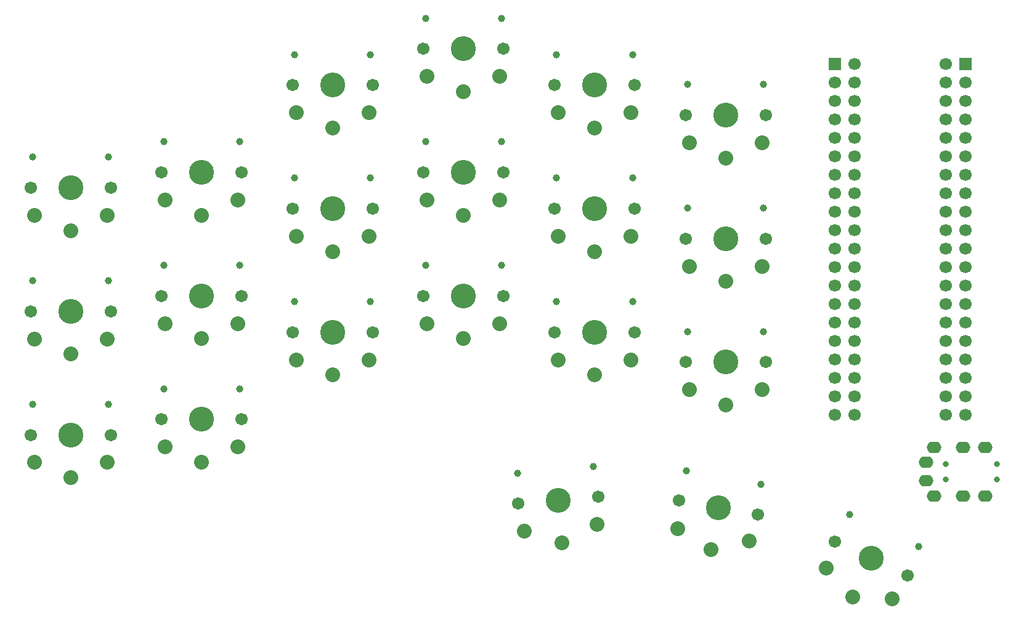
<source format=gbs>
%TF.GenerationSoftware,KiCad,Pcbnew,(6.0.5)*%
%TF.CreationDate,2022-07-18T13:28:33+02:00*%
%TF.ProjectId,cantorplus,63616e74-6f72-4706-9c75-732e6b696361,rev1.0*%
%TF.SameCoordinates,Original*%
%TF.FileFunction,Soldermask,Bot*%
%TF.FilePolarity,Negative*%
%FSLAX46Y46*%
G04 Gerber Fmt 4.6, Leading zero omitted, Abs format (unit mm)*
G04 Created by KiCad (PCBNEW (6.0.5)) date 2022-07-18 13:28:33*
%MOMM*%
%LPD*%
G01*
G04 APERTURE LIST*
%ADD10C,1.701800*%
%ADD11C,3.429000*%
%ADD12C,0.990600*%
%ADD13C,2.032000*%
%ADD14C,0.800000*%
%ADD15O,2.000000X1.600000*%
%ADD16R,1.700000X1.700000*%
%ADD17C,1.700000*%
G04 APERTURE END LIST*
D10*
%TO.C,K25*%
X158500000Y-94000000D03*
D11*
X164000000Y-94000000D03*
D12*
X169220000Y-89800000D03*
D10*
X169500000Y-94000000D03*
D12*
X158780000Y-89800000D03*
D13*
X164000000Y-99900000D03*
X169000000Y-97800000D03*
X159000000Y-97800000D03*
%TD*%
D12*
%TO.C,K24*%
X140780000Y-85680000D03*
X151220000Y-85680000D03*
D10*
X151500000Y-89880000D03*
X140500000Y-89880000D03*
D11*
X146000000Y-89880000D03*
D13*
X146000000Y-95780000D03*
X151000000Y-93680000D03*
X141000000Y-93680000D03*
%TD*%
D11*
%TO.C,K21*%
X92000000Y-101880000D03*
D12*
X86780000Y-97680000D03*
X97220000Y-97680000D03*
D10*
X86500000Y-101880000D03*
X97500000Y-101880000D03*
D13*
X92000000Y-107780000D03*
X87000000Y-105680000D03*
X97000000Y-105680000D03*
%TD*%
D10*
%TO.C,K02*%
X115500000Y-55880000D03*
X104500000Y-55880000D03*
D12*
X115220000Y-51680000D03*
X104780000Y-51680000D03*
D11*
X110000000Y-55880000D03*
D13*
X110000000Y-61780000D03*
X115000000Y-59680000D03*
X105000000Y-59680000D03*
%TD*%
D12*
%TO.C,K10*%
X68780000Y-82800000D03*
D11*
X74000000Y-87000000D03*
D10*
X68500000Y-87000000D03*
D12*
X79220000Y-82800000D03*
D10*
X79500000Y-87000000D03*
D13*
X74000000Y-92900000D03*
X69000000Y-90800000D03*
X79000000Y-90800000D03*
%TD*%
D11*
%TO.C,K04*%
X146000000Y-55880000D03*
D10*
X140500000Y-55880000D03*
D12*
X140780000Y-51680000D03*
X151220000Y-51680000D03*
D10*
X151500000Y-55880000D03*
D13*
X146000000Y-61780000D03*
X141000000Y-59680000D03*
X151000000Y-59680000D03*
%TD*%
D10*
%TO.C,K12*%
X115500000Y-72880000D03*
D12*
X104780000Y-68680000D03*
D11*
X110000000Y-72880000D03*
D12*
X115220000Y-68680000D03*
D10*
X104500000Y-72880000D03*
D13*
X110000000Y-78780000D03*
X105000000Y-76680000D03*
X115000000Y-76680000D03*
%TD*%
D10*
%TO.C,K30*%
X146479071Y-112520643D03*
D12*
X135433810Y-109270935D03*
D10*
X135520929Y-113479357D03*
D11*
X141000000Y-113000000D03*
D12*
X145834082Y-108361029D03*
D13*
X141514219Y-118877549D03*
X146312165Y-116349761D03*
X136350218Y-117221319D03*
%TD*%
D12*
%TO.C,K01*%
X86780000Y-63680000D03*
D10*
X86500000Y-67880000D03*
X97500000Y-67880000D03*
D11*
X92000000Y-67880000D03*
D12*
X97220000Y-63680000D03*
D13*
X92000000Y-73780000D03*
X87000000Y-71680000D03*
X97000000Y-71680000D03*
%TD*%
D11*
%TO.C,K14*%
X146000000Y-72880000D03*
D12*
X140780000Y-68680000D03*
D10*
X140500000Y-72880000D03*
X151500000Y-72880000D03*
D12*
X151220000Y-68680000D03*
D13*
X146000000Y-78780000D03*
X141000000Y-76680000D03*
X151000000Y-76680000D03*
%TD*%
D10*
%TO.C,K23*%
X122500000Y-84880000D03*
D12*
X122780000Y-80680000D03*
D11*
X128000000Y-84880000D03*
D10*
X133500000Y-84880000D03*
D12*
X133220000Y-80680000D03*
D13*
X128000000Y-90780000D03*
X133000000Y-88680000D03*
X123000000Y-88680000D03*
%TD*%
D11*
%TO.C,K03*%
X128000000Y-50880000D03*
D10*
X133500000Y-50880000D03*
X122500000Y-50880000D03*
D12*
X133220000Y-46680000D03*
X122780000Y-46680000D03*
D13*
X128000000Y-56780000D03*
X133000000Y-54680000D03*
X123000000Y-54680000D03*
%TD*%
D10*
%TO.C,K22*%
X115500000Y-89880000D03*
D12*
X115220000Y-85680000D03*
D10*
X104500000Y-89880000D03*
D11*
X110000000Y-89880000D03*
D12*
X104780000Y-85680000D03*
D13*
X110000000Y-95780000D03*
X105000000Y-93680000D03*
X115000000Y-93680000D03*
%TD*%
D14*
%TO.C,J1*%
X201250000Y-110100000D03*
X194250000Y-108000000D03*
X194250000Y-110100000D03*
X201250000Y-108000000D03*
D15*
X191550000Y-107800000D03*
X191550000Y-110300000D03*
X192650000Y-112400000D03*
X192650000Y-105700000D03*
X199650000Y-112400000D03*
X196650000Y-105700000D03*
X196650000Y-112400000D03*
X199650000Y-105700000D03*
%TD*%
D11*
%TO.C,K15*%
X164000000Y-77000000D03*
D12*
X158780000Y-72800000D03*
D10*
X158500000Y-77000000D03*
D12*
X169220000Y-72800000D03*
D10*
X169500000Y-77000000D03*
D13*
X164000000Y-82900000D03*
X159000000Y-80800000D03*
X169000000Y-80800000D03*
%TD*%
D12*
%TO.C,K32*%
X190505923Y-119399575D03*
D10*
X188984693Y-123324400D03*
D12*
X181044070Y-114987440D03*
D10*
X179015307Y-118675600D03*
D11*
X184000000Y-121000000D03*
D13*
X181506552Y-126347216D03*
X186925590Y-126557061D03*
X177862512Y-122330878D03*
%TD*%
D10*
%TO.C,K11*%
X97500000Y-84880000D03*
D11*
X92000000Y-84880000D03*
D12*
X86780000Y-80680000D03*
X97220000Y-80680000D03*
D10*
X86500000Y-84880000D03*
D13*
X92000000Y-90780000D03*
X97000000Y-88680000D03*
X87000000Y-88680000D03*
%TD*%
D16*
%TO.C,U1*%
X179035000Y-53020000D03*
X196935000Y-53000000D03*
D17*
X196935000Y-55540000D03*
X179035000Y-55560000D03*
X179035000Y-58100000D03*
X196935000Y-58080000D03*
X196935000Y-60620000D03*
X179035000Y-60640000D03*
X179035000Y-63180000D03*
X196935000Y-63160000D03*
X196935000Y-65700000D03*
X179035000Y-65720000D03*
X196935000Y-68240000D03*
X179035000Y-68260000D03*
X196935000Y-70780000D03*
X179035000Y-70800000D03*
X179035000Y-73340000D03*
X196935000Y-73320000D03*
X196935000Y-75860000D03*
X179035000Y-75880000D03*
X179035000Y-78420000D03*
X196935000Y-78400000D03*
X179035000Y-80960000D03*
X196935000Y-80940000D03*
X196935000Y-83480000D03*
X179035000Y-83500000D03*
X179035000Y-86040000D03*
X196935000Y-86020000D03*
X179035000Y-88580000D03*
X196935000Y-88560000D03*
X196935000Y-91100000D03*
X179035000Y-91120000D03*
X196935000Y-93640000D03*
X179035000Y-93660000D03*
X179035000Y-96200000D03*
X196935000Y-96180000D03*
X196935000Y-98720000D03*
X179035000Y-98740000D03*
X196935000Y-101260000D03*
X179035000Y-101280000D03*
X194275000Y-101280000D03*
X181695000Y-101260000D03*
X181695000Y-98720000D03*
X194275000Y-98740000D03*
X181695000Y-96180000D03*
X194275000Y-96200000D03*
X194275000Y-93660000D03*
X181695000Y-93640000D03*
X194275000Y-91120000D03*
X181695000Y-91100000D03*
X194275000Y-88580000D03*
X181695000Y-88560000D03*
X194275000Y-86040000D03*
X181695000Y-86020000D03*
X194275000Y-83500000D03*
X181695000Y-83480000D03*
X181695000Y-80940000D03*
X194275000Y-80960000D03*
X181695000Y-78400000D03*
X194275000Y-78420000D03*
X194275000Y-75880000D03*
X181695000Y-75860000D03*
X181695000Y-73320000D03*
X194275000Y-73340000D03*
X181695000Y-70780000D03*
X194275000Y-70800000D03*
X194275000Y-68260000D03*
X181695000Y-68240000D03*
X194275000Y-65720000D03*
X181695000Y-65700000D03*
X181695000Y-63160000D03*
X194275000Y-63180000D03*
X194275000Y-60640000D03*
X181695000Y-60620000D03*
X181695000Y-58080000D03*
X194275000Y-58100000D03*
X181695000Y-55540000D03*
X194275000Y-55560000D03*
X181695000Y-53000000D03*
X194275000Y-53020000D03*
%TD*%
D10*
%TO.C,K05*%
X169500000Y-60000000D03*
D12*
X169220000Y-55800000D03*
X158780000Y-55800000D03*
D11*
X164000000Y-60000000D03*
D10*
X158500000Y-60000000D03*
D13*
X164000000Y-65900000D03*
X169000000Y-63800000D03*
X159000000Y-63800000D03*
%TD*%
D10*
%TO.C,K20*%
X79500000Y-104000000D03*
D12*
X68780000Y-99800000D03*
D11*
X74000000Y-104000000D03*
D10*
X68500000Y-104000000D03*
D12*
X79220000Y-99800000D03*
D13*
X74000000Y-109900000D03*
X79000000Y-107800000D03*
X69000000Y-107800000D03*
%TD*%
D12*
%TO.C,K13*%
X122780000Y-63680000D03*
D11*
X128000000Y-67880000D03*
D10*
X122500000Y-67880000D03*
D12*
X133220000Y-63680000D03*
D10*
X133500000Y-67880000D03*
D13*
X128000000Y-73780000D03*
X123000000Y-71680000D03*
X133000000Y-71680000D03*
%TD*%
D10*
%TO.C,K00*%
X68500000Y-70000000D03*
X79500000Y-70000000D03*
D11*
X74000000Y-70000000D03*
D12*
X68780000Y-65800000D03*
X79220000Y-65800000D03*
D13*
X74000000Y-75900000D03*
X69000000Y-73800000D03*
X79000000Y-73800000D03*
%TD*%
D11*
%TO.C,K31*%
X163000000Y-114000000D03*
D12*
X158588626Y-108957364D03*
D10*
X168416443Y-114955065D03*
X157583557Y-113044935D03*
D12*
X168870019Y-110770251D03*
D13*
X161975476Y-119810366D03*
X167264176Y-118610510D03*
X157416098Y-116874029D03*
%TD*%
M02*

</source>
